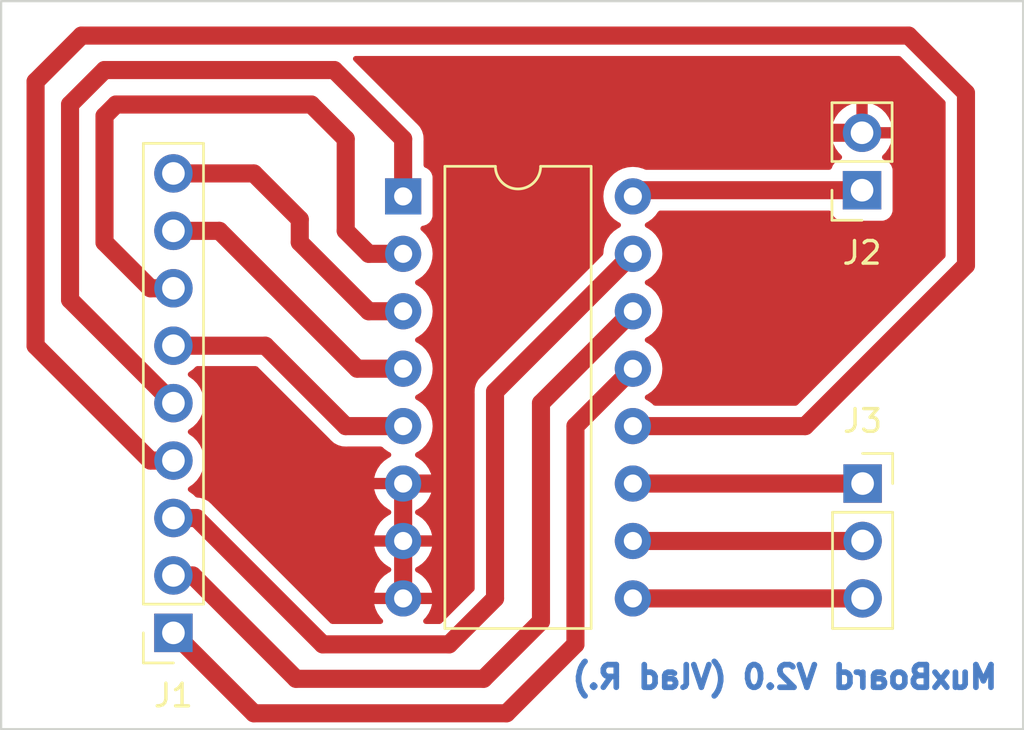
<source format=kicad_pcb>
(kicad_pcb (version 20221018) (generator pcbnew)
  (title_block (title "Multiplexer") (date "2023-11-09") (rev "1.4") (company "@Siyuan Xu"))
  (layers (0 "F.Cu" signal) (31 "B.Cu" signal) (34 "B.Paste" user) (35 "F.Paste" user) (36 "B.SilkS" user "B.Silkscreen") (37 "F.SilkS" user "F.Silkscreen") (38 "B.Mask" user) (39 "F.Mask" user) (44 "Edge.Cuts" user))
  (net 0 "")
  (net 1 "/C4")
  (net 2 "/C6")
  (net 3 "/COM OUT{slash}IN")
  (net 4 "/C7")
  (net 5 "/C5")
  (net 6 "/C")
  (net 7 "/B")
  (net 8 "/A")
  (net 9 "/VDD")
  (net 10 "/C3")
  (net 11 "/C0")
  (net 12 "/C1")
  (net 13 "/C2")
  (net 14 "0")
  (footprint "Package_DIP:DIP-16_W10.16mm" (layer "F.Cu") (at 220.98 120.396)
    (fp_text reference "UR1" hide)
    (fp_text value "CD4051B")
    (fp_line (start 1.845 -1.33) (end 1.845 19.11) (stroke (width 0.12)) (layer "F.SilkS"))
    (fp_line (start 1.845 19.11) (end 8.315 19.11) (stroke (width 0.12)) (layer "F.SilkS"))
    (fp_line (start 4.08 -1.33) (end 1.845 -1.33) (stroke (width 0.12)) (layer "F.SilkS"))
    (fp_line (start 8.315 -1.33) (end 6.08 -1.33) (stroke (width 0.12)) (layer "F.SilkS"))
    (fp_line (start 8.315 19.11) (end 8.315 -1.33) (stroke (width 0.12)) (layer "F.SilkS"))
    (fp_arc (start 6.08 -1.33) (mid 5.08 -0.33) (end 4.08 -1.33) (stroke (width 0.12)) (layer "F.SilkS"))
    (pad "1" thru_hole rect (at 0 0) (size 1.6 1.6) (drill 0.8) (layers "*.Cu" "*.Mask") (net 1 "/C4"))
    (pad "2" thru_hole oval (at 0 2.54) (size 1.6 1.6) (drill 0.8) (layers "*.Cu" "*.Mask") (net 2 "/C6"))
    (pad "3" thru_hole oval (at 0 5.08) (size 1.6 1.6) (drill 0.8) (layers "*.Cu" "*.Mask") (net 3 "/COM OUT{slash}IN"))
    (pad "4" thru_hole oval (at 0 7.62) (size 1.6 1.6) (drill 0.8) (layers "*.Cu" "*.Mask") (net 4 "/C7"))
    (pad "5" thru_hole oval (at 0 10.16) (size 1.6 1.6) (drill 0.8) (layers "*.Cu" "*.Mask") (net 5 "/C5"))
    (pad "6" thru_hole oval (at 0 12.7) (size 1.6 1.6) (drill 0.8) (layers "*.Cu" "*.Mask") (net 14 "0"))
    (pad "7" thru_hole oval (at 0 15.24) (size 1.6 1.6) (drill 0.8) (layers "*.Cu" "*.Mask") (net 14 "0"))
    (pad "8" thru_hole oval (at 0 17.78) (size 1.6 1.6) (drill 0.8) (layers "*.Cu" "*.Mask") (net 14 "0"))
    (pad "9" thru_hole oval (at 10.16 17.78) (size 1.6 1.6) (drill 0.8) (layers "*.Cu" "*.Mask") (net 6 "/C"))
    (pad "10" thru_hole oval (at 10.16 15.24) (size 1.6 1.6) (drill 0.8) (layers "*.Cu" "*.Mask") (net 7 "/B"))
    (pad "11" thru_hole oval (at 10.16 12.7) (size 1.6 1.6) (drill 0.8) (layers "*.Cu" "*.Mask") (net 8 "/A"))
    (pad "12" thru_hole oval (at 10.16 10.16) (size 1.6 1.6) (drill 0.8) (layers "*.Cu" "*.Mask") (net 10 "/C3"))
    (pad "13" thru_hole oval (at 10.16 7.62) (size 1.6 1.6) (drill 0.8) (layers "*.Cu" "*.Mask") (net 11 "/C0"))
    (pad "14" thru_hole oval (at 10.16 5.08) (size 1.6 1.6) (drill 0.8) (layers "*.Cu" "*.Mask") (net 12 "/C1"))
    (pad "15" thru_hole oval (at 10.16 2.54) (size 1.6 1.6) (drill 0.8) (layers "*.Cu" "*.Mask") (net 13 "/C2"))
    (pad "16" thru_hole oval (at 10.16 0) (size 1.6 1.6) (drill 0.8) (layers "*.Cu" "*.Mask") (net 9 "/VDD"))
  )
  (footprint "VAMK_CON:SOCKET_1x3" (layer "F.Cu") (at 241.3 133.096)
    (fp_text reference "J3" (at 0 -2.77) (layer "F.SilkS"))
    (fp_text value "Conn_01x03_Socket" hide)
    (fp_line (start -1.33 1.27) (end -1.33 6.41) (stroke (width 0.12)) (layer "F.SilkS"))
    (fp_line (start -1.33 1.27) (end 1.33 1.27) (stroke (width 0.12)) (layer "F.SilkS"))
    (fp_line (start -1.33 6.41) (end 1.33 6.41) (stroke (width 0.12)) (layer "F.SilkS"))
    (fp_line (start 0 -1.33) (end 1.33 -1.33) (stroke (width 0.12)) (layer "F.SilkS"))
    (fp_line (start 1.33 -1.33) (end 1.33 0) (stroke (width 0.12)) (layer "F.SilkS"))
    (fp_line (start 1.33 1.27) (end 1.33 6.41) (stroke (width 0.12)) (layer "F.SilkS"))
    (pad "1" thru_hole rect (at 0 0) (size 1.7 1.7) (drill 1) (layers "*.Cu" "*.Mask") (net 8 "/A"))
    (pad "2" thru_hole oval (at 0 2.54) (size 1.7 1.7) (drill 1) (layers "*.Cu" "*.Mask") (net 7 "/B"))
    (pad "3" thru_hole oval (at 0 5.08) (size 1.7 1.7) (drill 1) (layers "*.Cu" "*.Mask") (net 6 "/C"))
  )
  (footprint "VAMK_CON:SOCKET_1x9" (layer "F.Cu") (at 210.82 139.7 180)
    (fp_text reference "J1" (at 0 -2.77) (layer "F.SilkS"))
    (fp_text value "Conn_01x09_Pin")
    (fp_line (start -1.33 1.27) (end -1.33 21.65) (stroke (width 0.12)) (layer "F.SilkS"))
    (fp_line (start -1.33 1.27) (end 1.33 1.27) (stroke (width 0.12)) (layer "F.SilkS"))
    (fp_line (start -1.33 21.65) (end 1.33 21.65) (stroke (width 0.12)) (layer "F.SilkS"))
    (fp_line (start 0 -1.33) (end 1.33 -1.33) (stroke (width 0.12)) (layer "F.SilkS"))
    (fp_line (start 1.33 -1.33) (end 1.33 0) (stroke (width 0.12)) (layer "F.SilkS"))
    (fp_line (start 1.33 1.27) (end 1.33 21.65) (stroke (width 0.12)) (layer "F.SilkS"))
    (pad "1" thru_hole rect (at 0 0 180) (size 1.7 1.7) (drill 1) (layers "*.Cu" "*.Mask") (net 11 "/C0"))
    (pad "2" thru_hole oval (at 0 2.54 180) (size 1.7 1.7) (drill 1) (layers "*.Cu" "*.Mask") (net 12 "/C1"))
    (pad "3" thru_hole oval (at 0 5.08 180) (size 1.7 1.7) (drill 1) (layers "*.Cu" "*.Mask") (net 13 "/C2"))
    (pad "4" thru_hole oval (at 0 7.62 180) (size 1.7 1.7) (drill 1) (layers "*.Cu" "*.Mask") (net 10 "/C3"))
    (pad "5" thru_hole oval (at 0 10.16 180) (size 1.7 1.7) (drill 1) (layers "*.Cu" "*.Mask") (net 1 "/C4"))
    (pad "6" thru_hole oval (at 0 12.7 180) (size 1.7 1.7) (drill 1) (layers "*.Cu" "*.Mask") (net 5 "/C5"))
    (pad "7" thru_hole oval (at 0 15.24 180) (size 1.7 1.7) (drill 1) (layers "*.Cu" "*.Mask") (net 2 "/C6"))
    (pad "8" thru_hole oval (at 0 17.78 180) (size 1.7 1.7) (drill 1) (layers "*.Cu" "*.Mask") (net 4 "/C7"))
    (pad "9" thru_hole oval (at 0 20.32 180) (size 1.7 1.7) (drill 1) (layers "*.Cu" "*.Mask") (net 3 "/COM OUT{slash}IN"))
  )
  (footprint "VAMK_CON:SOCKET_1x2" (layer "F.Cu") (at 241.275 120.122 180)
    (fp_text reference "J2" (at 0 -2.77) (layer "F.SilkS"))
    (fp_text value "Conn_01x02_Socket" hide)
    (fp_line (start -1.33 1.27) (end -1.33 3.87) (stroke (width 0.12)) (layer "F.SilkS"))
    (fp_line (start -1.33 1.27) (end 1.33 1.27) (stroke (width 0.12)) (layer "F.SilkS"))
    (fp_line (start -1.33 3.87) (end 1.33 3.87) (stroke (width 0.12)) (layer "F.SilkS"))
    (fp_line (start 0 -1.33) (end 1.33 -1.33) (stroke (width 0.12)) (layer "F.SilkS"))
    (fp_line (start 1.33 -1.33) (end 1.33 0) (stroke (width 0.12)) (layer "F.SilkS"))
    (fp_line (start 1.33 1.27) (end 1.33 3.87) (stroke (width 0.12)) (layer "F.SilkS"))
    (pad "1" thru_hole rect (at 0 0 180) (size 1.7 1.7) (drill 1) (layers "*.Cu" "*.Mask") (net 9 "/VDD"))
    (pad "2" thru_hole oval (at 0 2.54 180) (size 1.7 1.7) (drill 1) (layers "*.Cu" "*.Mask") (net 14 "0"))
  )
  (gr_rect (start 203.2 111.76) (end 248.4 143.96) (stroke (width 0.1)) (fill none) (layer "Edge.Cuts"))
  (gr_text "MuxBoard V2.0 (Vlad R.)" (at 247.38 142.24) (layer "B.Cu") (effects (font (size 1 1) (thickness 0.25) bold) (justify left bottom mirror)))
  (segment (start 207.772 114.808) (end 217.932 114.808) (width 0.8) (layer "F.Cu") (net 1))
  (segment (start 217.932 114.808) (end 220.98 117.856) (width 0.8) (layer "F.Cu") (net 1))
  (segment (start 220.98 117.856) (end 220.98 120.396) (width 0.8) (layer "F.Cu") (net 1))
  (segment (start 210.82 129.54) (end 206.248 124.968) (width 0.8) (layer "F.Cu") (net 1))
  (segment (start 206.248 116.332) (end 207.772 114.808) (width 0.8) (layer "F.Cu") (net 1))
  (segment (start 206.248 124.968) (end 206.248 116.332) (width 0.8) (layer "F.Cu") (net 1))
  (segment (start 219.456 122.936) (end 218.44 121.92) (width 0.8) (layer "F.Cu") (net 2))
  (segment (start 207.772 116.84) (end 207.772 122.428) (width 0.8) (layer "F.Cu") (net 2))
  (segment (start 208.28 116.332) (end 207.772 116.84) (width 0.8) (layer "F.Cu") (net 2))
  (segment (start 218.44 121.92) (end 218.44 117.856) (width 0.8) (layer "F.Cu") (net 2))
  (segment (start 220.98 122.936) (end 219.456 122.936) (width 0.8) (layer "F.Cu") (net 2))
  (segment (start 216.916 116.332) (end 208.28 116.332) (width 0.8) (layer "F.Cu") (net 2))
  (segment (start 218.44 117.856) (end 216.916 116.332) (width 0.8) (layer "F.Cu") (net 2))
  (segment (start 207.772 122.428) (end 209.804 124.46) (width 0.8) (layer "F.Cu") (net 2))
  (segment (start 209.804 124.46) (end 210.82 124.46) (width 0.8) (layer "F.Cu") (net 2))
  (segment (start 219.456 125.476) (end 220.98 125.476) (width 0.8) (layer "F.Cu") (net 3))
  (segment (start 216.408 122.428) (end 219.456 125.476) (width 0.8) (layer "F.Cu") (net 3))
  (segment (start 214.376 119.38) (end 216.408 121.412) (width 0.8) (layer "F.Cu") (net 3))
  (segment (start 210.82 119.38) (end 214.376 119.38) (width 0.8) (layer "F.Cu") (net 3))
  (segment (start 216.408 121.412) (end 216.408 122.428) (width 0.8) (layer "F.Cu") (net 3))
  (segment (start 210.82 121.92) (end 212.852 121.92) (width 0.8) (layer "F.Cu") (net 4))
  (segment (start 218.948 128.016) (end 220.98 128.016) (width 0.8) (layer "F.Cu") (net 4))
  (segment (start 212.852 121.92) (end 218.948 128.016) (width 0.8) (layer "F.Cu") (net 4))
  (segment (start 218.44 130.556) (end 220.98 130.556) (width 0.8) (layer "F.Cu") (net 5))
  (segment (start 214.884 127) (end 218.44 130.556) (width 0.8) (layer "F.Cu") (net 5))
  (segment (start 210.82 127) (end 214.884 127) (width 0.8) (layer "F.Cu") (net 5))
  (segment (start 241.3 138.176) (end 231.14 138.176) (width 0.8) (layer "F.Cu") (net 6))
  (segment (start 241.3 135.636) (end 231.14 135.636) (width 0.8) (layer "F.Cu") (net 7))
  (segment (start 241.3 133.096) (end 231.14 133.096) (width 0.8) (layer "F.Cu") (net 8))
  (segment (start 241.275 120.122) (end 231.414 120.122) (width 0.8) (layer "F.Cu") (net 9))
  (segment (start 231.414 120.122) (end 231.14 120.396) (width 0.8) (layer "F.Cu") (net 9))
  (segment (start 238.76 130.556) (end 245.872 123.444) (width 0.8) (layer "F.Cu") (net 10))
  (segment (start 245.872 123.444) (end 245.872 115.824) (width 0.8) (layer "F.Cu") (net 10))
  (segment (start 243.332 113.284) (end 206.756 113.284) (width 0.8) (layer "F.Cu") (net 10))
  (segment (start 204.724 127) (end 209.804 132.08) (width 0.8) (layer "F.Cu") (net 10))
  (segment (start 209.804 132.08) (end 210.82 132.08) (width 0.8) (layer "F.Cu") (net 10))
  (segment (start 204.724 115.316) (end 204.724 127) (width 0.8) (layer "F.Cu") (net 10))
  (segment (start 231.14 130.556) (end 238.76 130.556) (width 0.8) (layer "F.Cu") (net 10))
  (segment (start 245.872 115.824) (end 243.332 113.284) (width 0.8) (layer "F.Cu") (net 10))
  (segment (start 206.756 113.284) (end 204.724 115.316) (width 0.8) (layer "F.Cu") (net 10))
  (segment (start 231.14 128.016) (end 228.6 130.556) (width 0.8) (layer "F.Cu") (net 11))
  (segment (start 228.6 130.556) (end 228.6 140.208) (width 0.8) (layer "F.Cu") (net 11))
  (segment (start 225.552 143.256) (end 214.376 143.256) (width 0.8) (layer "F.Cu") (net 11))
  (segment (start 214.376 143.256) (end 210.82 139.7) (width 0.8) (layer "F.Cu") (net 11))
  (segment (start 228.6 140.208) (end 225.552 143.256) (width 0.8) (layer "F.Cu") (net 11))
  (segment (start 227.076 129.54) (end 227.076 139.192) (width 0.8) (layer "F.Cu") (net 12))
  (segment (start 224.536 141.732) (end 216.242 141.732) (width 0.8) (layer "F.Cu") (net 12))
  (segment (start 231.14 125.476) (end 227.076 129.54) (width 0.8) (layer "F.Cu") (net 12))
  (segment (start 211.67 137.16) (end 210.82 137.16) (width 0.8) (layer "F.Cu") (net 12))
  (segment (start 216.242 141.732) (end 211.67 137.16) (width 0.8) (layer "F.Cu") (net 12))
  (segment (start 227.076 139.192) (end 224.536 141.732) (width 0.8) (layer "F.Cu") (net 12))
  (segment (start 231.14 122.936) (end 225.044 129.032) (width 0.8) (layer "F.Cu") (net 13))
  (segment (start 211.836 134.62) (end 210.82 134.62) (width 0.8) (layer "F.Cu") (net 13))
  (segment (start 225.044 138.176) (end 223.012 140.208) (width 0.8) (layer "F.Cu") (net 13))
  (segment (start 225.044 129.032) (end 225.044 138.176) (width 0.8) (layer "F.Cu") (net 13))
  (segment (start 223.012 140.208) (end 217.424 140.208) (width 0.8) (layer "F.Cu") (net 13))
  (segment (start 217.424 140.208) (end 211.836 134.62) (width 0.8) (layer "F.Cu") (net 13))
  (segment (start 223.52 132.08) (end 223.52 124.46) (width 0.8) (layer "F.Cu") (net 14))
  (segment (start 220.98 133.096) (end 222.504 133.096) (width 0.8) (layer "F.Cu") (net 14))
  (segment (start 223.52 124.46) (end 230.398 117.582) (width 0.8) (layer "F.Cu") (net 14))
  (segment (start 220.98 138.176) (end 220.98 135.636) (width 0.8) (layer "F.Cu") (net 14))
  (segment (start 222.504 133.096) (end 223.52 132.08) (width 0.8) (layer "F.Cu") (net 14))
  (segment (start 220.98 133.096) (end 220.98 135.636) (width 0.8) (layer "F.Cu") (net 14))
  (segment (start 230.398 117.582) (end 241.275 117.582) (width 0.8) (layer "F.Cu") (net 14))
  (zone (net 14) (net_name "0") (layer "F.Cu") (connect_pads (clearance 0.5)) (min_thickness 0.25) (fill yes (thermal_gap 0.5) (thermal_bridge_width 0.5))
    (polygon (pts (xy 248.412 143.764) (xy 248.412 111.76) (xy 203.2 111.76) (xy 203.2 143.764)))
  )
)
</source>
